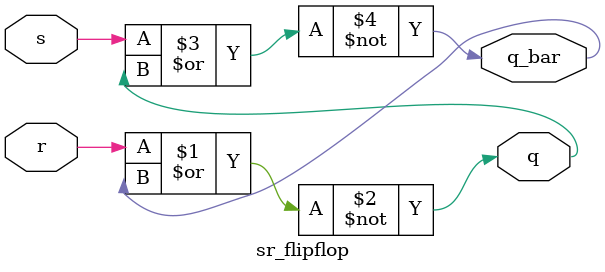
<source format=v>
module sr_flipflop (
    input wire s,
    input wire r,
    output wire q,
    output wire q_bar
);

assign q = ~(r | q_bar);
assign q_bar = ~(s | q);

endmodule

</source>
